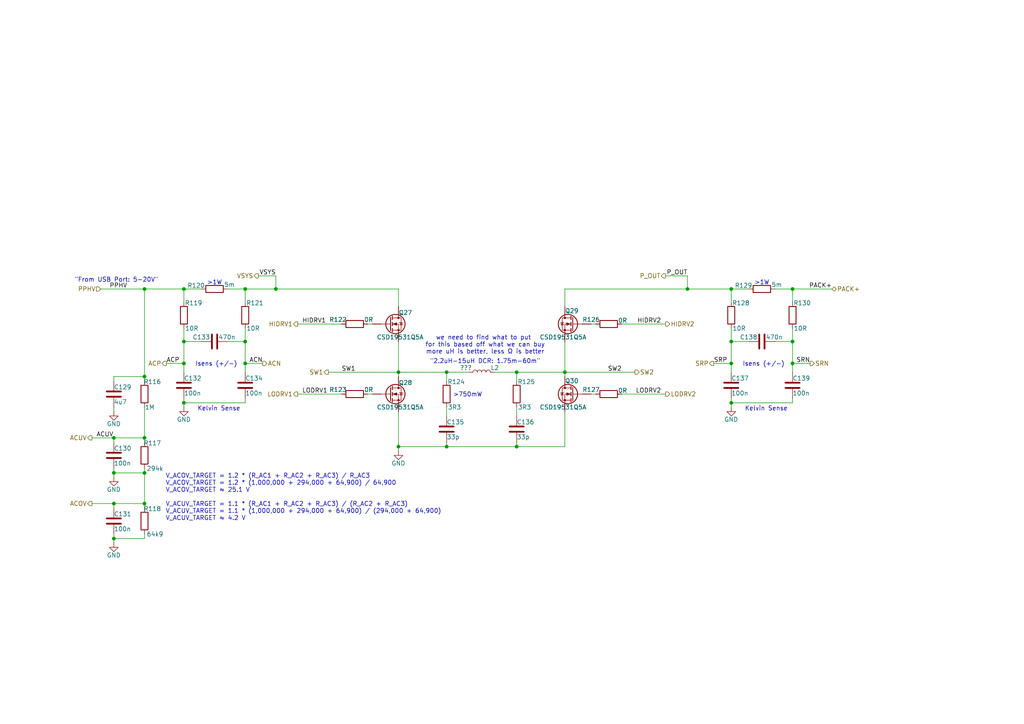
<source format=kicad_sch>
(kicad_sch (version 20250114) (generator "eeschema") (generator_version "9.0")
  (paper "A4")
  (lib_symbols
    (symbol "Device:C" (pin_numbers (hide yes)) (pin_names (offset 0.254))
      (property "Reference" "C" (at 0.635 2.54 0))
      (property "Value" "C" (at 0.635 -2.54 0))
      (symbol "C_0_1"
        (polyline (pts (xy -2.032 0.762) (xy 2.032 0.762)) (stroke (width 0.508)))
        (polyline (pts (xy -2.032 -0.762) (xy 2.032 -0.762)) (stroke (width 0.508)))
      )
      (symbol "C_1_1"
        (pin passive line (at 0 3.81 270) (length 2.794) (name "~") (number "1"))
        (pin passive line (at 0 -3.81 90) (length 2.794) (name "~") (number "2"))
      )
    )
    (symbol "Device:L" (pin_numbers (hide yes)) (pin_names (offset 1.016) (hide yes))
      (property "Reference" "L" (at -1.27 0 90))
      (property "Value" "L" (at 1.905 0 90))
      (symbol "L_0_1"
        (arc (start 0 2.54) (mid 0.6323 1.905) (end 0 1.27))
        (arc (start 0 1.27) (mid 0.6323 0.635) (end 0 0))
        (arc (start 0 0) (mid 0.6323 -0.635) (end 0 -1.27))
        (arc (start 0 -1.27) (mid 0.6323 -1.905) (end 0 -2.54))
      )
      (symbol "L_1_1"
        (pin passive line (at 0 3.81 270) (length 1.27) (name "1") (number "1"))
        (pin passive line (at 0 -3.81 90) (length 1.27) (name "2") (number "2"))
      )
    )
    (symbol "Device:R" (pin_numbers (hide yes)) (pin_names (offset 0))
      (property "Reference" "R" (at 2.032 0 90))
      (property "Value" "R" (at 0 0 90))
      (symbol "R_0_1"
        (rectangle (start -1.016 -2.54) (end 1.016 2.54) (stroke (width 0.254)))
      )
      (symbol "R_1_1"
        (pin passive line (at 0 3.81 270) (length 1.27) (name "~") (number "1"))
        (pin passive line (at 0 -3.81 90) (length 1.27) (name "~") (number "2"))
      )
    )
    (symbol "Transistor_FET:CSD19531Q5A" (pin_numbers (hide yes)) (pin_names (hide yes))
      (property "Reference" "Q" (at 5.08 1.905 0))
      (property "Value" "CSD19531Q5A" (at 5.08 0 0))
      (symbol "CSD19531Q5A_0_1"
        (polyline (pts (xy 0.254 1.905) (xy 0.254 -1.905)) (stroke (width 0.254)))
        (polyline (pts (xy 0.254 0) (xy -2.54 0)))
        (polyline (pts (xy 0.762 2.286) (xy 0.762 1.27)) (stroke (width 0.254)))
        (polyline (pts (xy 0.762 0.508) (xy 0.762 -0.508)) (stroke (width 0.254)))
        (polyline (pts (xy 0.762 -1.27) (xy 0.762 -2.286)) (stroke (width 0.254)))
        (polyline (pts (xy 0.762 -1.778) (xy 3.302 -1.778) (xy 3.302 1.778) (xy 0.762 1.778)))
        (polyline (pts (xy 1.016 0) (xy 2.032 0.381) (xy 2.032 -0.381) (xy 1.016 0)) (fill (type outline)))
        (circle (center 1.651 0) (radius 2.794) (stroke (width 0.254)))
        (polyline (pts (xy 2.54 2.54) (xy 2.54 1.778)))
        (circle (center 2.54 1.778) (radius 0.254) (fill (type outline)))
        (circle (center 2.54 -1.778) (radius 0.254) (fill (type outline)))
        (polyline (pts (xy 2.54 -2.54) (xy 2.54 0) (xy 0.762 0)))
        (polyline (pts (xy 2.794 0.508) (xy 2.921 0.381) (xy 3.683 0.381) (xy 3.81 0.254)))
        (polyline (pts (xy 3.302 0.381) (xy 2.921 -0.254) (xy 3.683 -0.254) (xy 3.302 0.381)))
      )
      (symbol "CSD19531Q5A_1_1"
        (pin passive line (at -5.08 0 0) (length 2.54) (name "G") (number "4"))
        (pin passive line (at 2.54 5.08 270) (length 2.54) (name "D") (number "5"))
        (pin passive line (at 2.54 -5.08 90) (length 2.54) (name "S") (number "1"))
        (pin passive line (at 2.54 -5.08 90) (length 2.54) (hide yes) (name "S") (number "2"))
        (pin passive line (at 2.54 -5.08 90) (length 2.54) (hide yes) (name "S") (number "3"))
      )
    )
    (symbol "power:GND" (power) (pin_numbers (hide yes)) (pin_names (offset 0) (hide yes))
      (property "Value" "GND" (at 0 -3.81 0))
      (symbol "GND_0_1"
        (polyline (pts (xy 0 0) (xy 0 -1.27) (xy 1.27 -1.27) (xy 0 -2.54) (xy -1.27 -1.27) (xy 0 -1.27)))
      )
      (symbol "GND_1_1"
        (pin power_in line (at 0 0 270) (length 0) (name "~") (number "1"))
      )
    )
  )
  (text ">1W" (at 220.98 82.042 0) (effects (font (size 1.27 1.27))))
  (text "Kelvin Sense" (at 222.25 118.618 0) (effects (font (size 1.27 1.27))))
  (text ">1W" (at 62.23 82.042 0) (effects (font (size 1.27 1.27))))
  (text "Isens (+/-)" (at 221.488 105.664 0) (effects (font (size 1.27 1.27))))
  (text "V_ACOV_TARGET = 1.2 * (R_AC1 + R_AC2 + R_AC3) / R_AC3\nV_ACOV_TARGET = 1.2 * (1,000,000 + 294,000 + 64,900) / 64,900\nV_ACOV_TARGET ≈ 25.1 V\n\nV_ACUV_TARGET = 1.1 * (R_AC1 + R_AC2 + R_AC3) / (R_AC2 + R_AC3)\nV_ACUV_TARGET = 1.1 * (1,000,000 + 294,000 + 64,900) / (294,000 + 64,900)\nV_ACUV_TARGET ≈ 4.2 V" (at 48.006 144.272 0) (effects (font (size 1.27 1.27)) (justify left)))
  (text "Isens (+/-)" (at 62.738 105.664 0) (effects (font (size 1.27 1.27))))
  (text "we need to find what to put \nfor this based off what we can buy\nmore uH is better, less Ω is better" (at 140.716 100.076 0) (effects (font (size 1.27 1.27))))
  (text "Kelvin Sense" (at 63.5 118.618 0) (effects (font (size 1.27 1.27))))
  (text ">750mW" (at 135.636 114.554 0) (effects (font (size 1.27 1.27))))
  (text "\"2.2uH-15uH DCR: 1.75m-60m\"" (at 140.716 104.902 0) (effects (font (size 1.27 1.27))))
  (text "\"From USB Port: 5-20V\"" (at 33.782 81.28 0) (effects (font (size 1.27 1.27))))
  (junction (at 163.83 107.95))
  (junction (at 41.91 137.16))
  (junction (at 71.12 105.41))
  (junction (at 115.57 107.95))
  (junction (at 129.54 129.54))
  (junction (at 53.34 105.41))
  (junction (at 33.02 137.16))
  (junction (at 229.87 105.41))
  (junction (at 212.09 105.41))
  (junction (at 129.54 107.95))
  (junction (at 115.57 129.54))
  (junction (at 71.12 83.82))
  (junction (at 33.02 127))
  (junction (at 41.91 146.05))
  (junction (at 41.91 109.22))
  (junction (at 33.02 156.21))
  (junction (at 53.34 99.06))
  (junction (at 71.12 99.06))
  (junction (at 199.39 83.82))
  (junction (at 229.87 83.82))
  (junction (at 41.91 127))
  (junction (at 41.91 83.82))
  (junction (at 80.01 83.82))
  (junction (at 149.86 107.95))
  (junction (at 212.09 116.84))
  (junction (at 53.34 116.84))
  (junction (at 229.87 99.06))
  (junction (at 33.02 146.05))
  (junction (at 53.34 83.82))
  (junction (at 212.09 83.82))
  (junction (at 149.86 129.54))
  (junction (at 212.09 99.06))
  (wire (pts (xy 53.34 115.57) (xy 53.34 116.84)))
  (wire (pts (xy 171.45 93.98) (xy 172.72 93.98)))
  (wire (pts (xy 217.17 99.06) (xy 212.09 99.06)))
  (wire (pts (xy 33.02 154.94) (xy 33.02 156.21)))
  (wire (pts (xy 48.26 105.41) (xy 53.34 105.41)))
  (wire (pts (xy 229.87 99.06) (xy 229.87 95.25)))
  (wire (pts (xy 95.25 107.95) (xy 115.57 107.95)))
  (wire (pts (xy 115.57 129.54) (xy 115.57 130.81)))
  (wire (pts (xy 71.12 83.82) (xy 80.01 83.82)))
  (wire (pts (xy 184.15 107.95) (xy 163.83 107.95)))
  (wire (pts (xy 212.09 83.82) (xy 212.09 87.63)))
  (wire (pts (xy 229.87 107.95) (xy 229.87 105.41)))
  (wire (pts (xy 33.02 157.48) (xy 33.02 156.21)))
  (wire (pts (xy 71.12 105.41) (xy 71.12 99.06)))
  (wire (pts (xy 29.21 83.82) (xy 41.91 83.82)))
  (wire (pts (xy 33.02 127) (xy 41.91 127)))
  (wire (pts (xy 115.57 107.95) (xy 115.57 99.06)))
  (wire (pts (xy 149.86 129.54) (xy 129.54 129.54)))
  (wire (pts (xy 71.12 107.95) (xy 71.12 105.41)))
  (wire (pts (xy 163.83 119.38) (xy 163.83 129.54)))
  (wire (pts (xy 41.91 109.22) (xy 41.91 110.49)))
  (wire (pts (xy 41.91 135.89) (xy 41.91 137.16)))
  (wire (pts (xy 106.68 114.3) (xy 107.95 114.3)))
  (wire (pts (xy 33.02 146.05) (xy 41.91 146.05)))
  (wire (pts (xy 41.91 156.21) (xy 33.02 156.21)))
  (wire (pts (xy 41.91 137.16) (xy 41.91 146.05)))
  (wire (pts (xy 171.45 114.3) (xy 172.72 114.3)))
  (wire (pts (xy 41.91 147.32) (xy 41.91 146.05)))
  (wire (pts (xy 193.04 114.3) (xy 180.34 114.3)))
  (wire (pts (xy 53.34 105.41) (xy 53.34 107.95)))
  (wire (pts (xy 149.86 118.11) (xy 149.86 120.65)))
  (wire (pts (xy 41.91 83.82) (xy 41.91 109.22)))
  (wire (pts (xy 53.34 99.06) (xy 53.34 105.41)))
  (wire (pts (xy 129.54 107.95) (xy 129.54 110.49)))
  (wire (pts (xy 115.57 129.54) (xy 129.54 129.54)))
  (wire (pts (xy 129.54 128.27) (xy 129.54 129.54)))
  (wire (pts (xy 33.02 109.22) (xy 41.91 109.22)))
  (wire (pts (xy 115.57 107.95) (xy 129.54 107.95)))
  (wire (pts (xy 212.09 99.06) (xy 212.09 95.25)))
  (wire (pts (xy 33.02 118.11) (xy 33.02 119.38)))
  (wire (pts (xy 41.91 83.82) (xy 53.34 83.82)))
  (wire (pts (xy 193.04 80.01) (xy 199.39 80.01)))
  (wire (pts (xy 149.86 107.95) (xy 163.83 107.95)))
  (wire (pts (xy 86.36 114.3) (xy 99.06 114.3)))
  (wire (pts (xy 229.87 87.63) (xy 229.87 83.82)))
  (wire (pts (xy 212.09 116.84) (xy 212.09 118.11)))
  (wire (pts (xy 115.57 119.38) (xy 115.57 129.54)))
  (wire (pts (xy 66.04 99.06) (xy 71.12 99.06)))
  (wire (pts (xy 71.12 105.41) (xy 76.2 105.41)))
  (wire (pts (xy 26.67 146.05) (xy 33.02 146.05)))
  (wire (pts (xy 149.86 107.95) (xy 149.86 110.49)))
  (wire (pts (xy 80.01 83.82) (xy 115.57 83.82)))
  (wire (pts (xy 199.39 83.82) (xy 212.09 83.82)))
  (wire (pts (xy 71.12 115.57) (xy 71.12 116.84)))
  (wire (pts (xy 163.83 107.95) (xy 163.83 109.22)))
  (wire (pts (xy 71.12 87.63) (xy 71.12 83.82)))
  (wire (pts (xy 229.87 105.41) (xy 229.87 99.06)))
  (wire (pts (xy 163.83 83.82) (xy 199.39 83.82)))
  (wire (pts (xy 41.91 118.11) (xy 41.91 127)))
  (wire (pts (xy 229.87 83.82) (xy 241.3 83.82)))
  (wire (pts (xy 41.91 128.27) (xy 41.91 127)))
  (wire (pts (xy 106.68 93.98) (xy 107.95 93.98)))
  (wire (pts (xy 71.12 99.06) (xy 71.12 95.25)))
  (wire (pts (xy 212.09 83.82) (xy 217.17 83.82)))
  (wire (pts (xy 143.51 107.95) (xy 149.86 107.95)))
  (wire (pts (xy 33.02 146.05) (xy 33.02 147.32)))
  (wire (pts (xy 74.93 80.01) (xy 80.01 80.01)))
  (wire (pts (xy 53.34 116.84) (xy 53.34 118.11)))
  (wire (pts (xy 212.09 99.06) (xy 212.09 105.41)))
  (wire (pts (xy 163.83 88.9) (xy 163.83 83.82)))
  (wire (pts (xy 212.09 105.41) (xy 212.09 107.95)))
  (wire (pts (xy 41.91 154.94) (xy 41.91 156.21)))
  (wire (pts (xy 86.36 93.98) (xy 99.06 93.98)))
  (wire (pts (xy 193.04 93.98) (xy 180.34 93.98)))
  (wire (pts (xy 163.83 107.95) (xy 163.83 99.06)))
  (wire (pts (xy 149.86 128.27) (xy 149.86 129.54)))
  (wire (pts (xy 229.87 115.57) (xy 229.87 116.84)))
  (wire (pts (xy 33.02 110.49) (xy 33.02 109.22)))
  (wire (pts (xy 33.02 137.16) (xy 33.02 138.43)))
  (wire (pts (xy 33.02 127) (xy 33.02 128.27)))
  (wire (pts (xy 199.39 80.01) (xy 199.39 83.82)))
  (wire (pts (xy 33.02 135.89) (xy 33.02 137.16)))
  (wire (pts (xy 149.86 129.54) (xy 163.83 129.54)))
  (wire (pts (xy 229.87 105.41) (xy 234.95 105.41)))
  (wire (pts (xy 115.57 109.22) (xy 115.57 107.95)))
  (wire (pts (xy 207.01 105.41) (xy 212.09 105.41)))
  (wire (pts (xy 66.04 83.82) (xy 71.12 83.82)))
  (wire (pts (xy 224.79 99.06) (xy 229.87 99.06)))
  (wire (pts (xy 212.09 116.84) (xy 229.87 116.84)))
  (wire (pts (xy 53.34 83.82) (xy 53.34 87.63)))
  (wire (pts (xy 129.54 118.11) (xy 129.54 120.65)))
  (wire (pts (xy 224.79 83.82) (xy 229.87 83.82)))
  (wire (pts (xy 53.34 116.84) (xy 71.12 116.84)))
  (wire (pts (xy 212.09 115.57) (xy 212.09 116.84)))
  (wire (pts (xy 53.34 99.06) (xy 53.34 95.25)))
  (wire (pts (xy 80.01 80.01) (xy 80.01 83.82)))
  (wire (pts (xy 58.42 99.06) (xy 53.34 99.06)))
  (wire (pts (xy 53.34 83.82) (xy 58.42 83.82)))
  (wire (pts (xy 115.57 88.9) (xy 115.57 83.82)))
  (wire (pts (xy 129.54 107.95) (xy 135.89 107.95)))
  (wire (pts (xy 26.67 127) (xy 33.02 127)))
  (wire (pts (xy 33.02 137.16) (xy 41.91 137.16)))
  (label "ACN" (at 76.2 105.41 180))
  (label "SW2" (at 180.34 107.95 180))
  (label "SW1" (at 99.06 107.95 0))
  (label "LODRV2" (at 191.77 114.3 180))
  (label "PACK+" (at 241.3 83.82 180))
  (label "SRN" (at 234.95 105.41 180))
  (label "LODRV1" (at 87.63 114.3 0))
  (label "HIDRV1" (at 87.63 93.98 0))
  (label "PPHV" (at 31.75 83.82 0))
  (label "P_OUT" (at 199.39 80.01 180))
  (label "ACUV" (at 27.94 127 0))
  (label "SRP" (at 207.01 105.41 0))
  (label "ACP" (at 48.26 105.41 0))
  (label "VSYS" (at 80.01 80.01 180))
  (label "HIDRV2" (at 191.77 93.98 180))
  (hierarchical_label "VSYS" (shape output) (at 74.93 80.01 180))
  (hierarchical_label "HIDRV2" (shape output) (at 193.04 93.98 0))
  (hierarchical_label "LODRV2" (shape output) (at 193.04 114.3 0))
  (hierarchical_label "ACOV" (shape output) (at 26.67 146.05 180))
  (hierarchical_label "ACP" (shape output) (at 48.26 105.41 180))
  (hierarchical_label "P_OUT" (shape output) (at 193.04 80.01 180))
  (hierarchical_label "ACUV" (shape output) (at 26.67 127 180))
  (hierarchical_label "SW1" (shape output) (at 95.25 107.95 180))
  (hierarchical_label "LODRV1" (shape output) (at 86.36 114.3 180))
  (hierarchical_label "HIDRV1" (shape output) (at 86.36 93.98 180))
  (hierarchical_label "PPHV" (shape input) (at 29.21 83.82 180))
  (hierarchical_label "SW2" (shape output) (at 184.15 107.95 0))
  (hierarchical_label "SRN" (shape output) (at 234.95 105.41 0))
  (hierarchical_label "SRP" (shape output) (at 207.01 105.41 180))
  (hierarchical_label "PACK+" (shape bidirectional) (at 241.3 83.82 0))
  (hierarchical_label "ACN" (shape output) (at 76.2 105.41 0))
  (symbol (lib_id "Device:C") (at 149.86 124.46 0) (unit 1)
    (property "Reference" "C136" (at 149.86 122.428 0) (effects (justify left)))
    (property "Value" "33p" (at 149.86 126.746 0) (effects (justify left)))
    (property "Description" "Unpolarized capacitor" (effects (hide yes)))
  )
  (symbol (lib_id "Device:C") (at 33.02 151.13 0) (unit 1)
    (property "Reference" "C131" (at 33.02 149.098 0) (effects (justify left)))
    (property "Value" "100n" (at 33.02 153.416 0) (effects (justify left)))
    (property "Description" "Unpolarized capacitor" (effects (hide yes)))
  )
  (symbol (lib_id "Device:R") (at 212.09 91.44 180) (unit 1)
    (property "Reference" "R128" (at 214.884 87.884 0))
    (property "Value" "10R" (at 214.376 95.25 0))
    (property "Description" "Resistor" (effects (hide yes)))
  )
  (symbol (lib_id "power:GND") (at 53.34 118.11 0) (unit 1)
    (property "Reference" "#PWR071" (effects (hide yes)))
    (property "Value" "GND" (at 55.372 121.666 0) (effects (justify right)))
    (property "Description" "Power symbol creates a global label with name \"GND\" , ground" (effects (hide yes)))
  )
  (symbol (lib_id "Device:R") (at 102.87 93.98 90) (unit 1)
    (property "Reference" "R122" (at 98.044 92.71 90))
    (property "Value" "0R" (at 106.934 92.71 90))
    (property "Description" "Resistor" (effects (hide yes)))
  )
  (symbol (lib_id "Device:L") (at 139.7 107.95 90) (unit 1)
    (property "Reference" "L2" (at 143.51 106.68 90))
    (property "Value" "???" (at 135.128 106.68 90))
    (property "Description" "Inductor" (effects (hide yes)))
  )
  (symbol (lib_id "Device:R") (at 41.91 132.08 180) (unit 1)
    (property "Reference" "R117" (at 44.196 128.524 0))
    (property "Value" "294k" (at 44.958 135.89 0))
    (property "Description" "Resistor" (effects (hide yes)))
  )
  (symbol (lib_id "Device:R") (at 53.34 91.44 180) (unit 1)
    (property "Reference" "R119" (at 56.134 87.884 0))
    (property "Value" "10R" (at 55.626 95.25 0))
    (property "Description" "Resistor" (effects (hide yes)))
  )
  (symbol (lib_id "Device:C") (at 129.54 124.46 0) (unit 1)
    (property "Reference" "C135" (at 129.54 122.428 0) (effects (justify left)))
    (property "Value" "33p" (at 129.54 126.746 0) (effects (justify left)))
    (property "Description" "Unpolarized capacitor" (effects (hide yes)))
  )
  (symbol (lib_id "Device:C") (at 62.23 99.06 90) (unit 1)
    (property "Reference" "C133" (at 60.96 97.79 90) (effects (justify left)))
    (property "Value" "470n" (at 68.326 97.79 90) (effects (justify left)))
    (property "Description" "Unpolarized capacitor" (effects (hide yes)))
  )
  (symbol (lib_id "power:GND") (at 115.57 130.81 0) (unit 1)
    (property "Reference" "#PWR072" (effects (hide yes)))
    (property "Value" "GND" (at 117.602 134.366 0) (effects (justify right)))
    (property "Description" "Power symbol creates a global label with name \"GND\" , ground" (effects (hide yes)))
  )
  (symbol (lib_id "Device:R") (at 41.91 151.13 180) (unit 1)
    (property "Reference" "R118" (at 44.196 147.574 0))
    (property "Value" "64k9" (at 44.958 154.94 0))
    (property "Description" "Resistor" (effects (hide yes)))
  )
  (symbol (lib_id "Device:R") (at 229.87 91.44 180) (unit 1)
    (property "Reference" "R130" (at 232.664 87.884 0))
    (property "Value" "10R" (at 232.156 95.25 0))
    (property "Description" "Resistor" (effects (hide yes)))
  )
  (symbol (lib_id "Transistor_FET:CSD19531Q5A") (at 113.03 114.3 0) (unit 1)
    (property "Reference" "Q28" (at 117.602 110.998 0))
    (property "Value" "CSD19531Q5A" (at 116.078 118.11 0))
    (property "Footprint" "Package_TO_SOT_SMD:TDSON-8-1" (effects (hide yes)))
    (property "Datasheet" "http://www.ti.com/lit/gpn/csd19531q5a" (effects (hide yes)))
    (property "Description" "100A Id, 100V Vds, NexFET N-Channel Power MOSFET, 6.4mOhm Ron, 37nC Qg(typ), SON8 5x6mm" (effects (hide yes)))
  )
  (symbol (lib_id "Device:R") (at 71.12 91.44 180) (unit 1)
    (property "Reference" "R121" (at 73.914 87.884 0))
    (property "Value" "10R" (at 73.406 95.25 0))
    (property "Description" "Resistor" (effects (hide yes)))
  )
  (symbol (lib_id "Device:R") (at 176.53 93.98 270) (mirror x) (unit 1)
    (property "Reference" "R126" (at 171.45 92.71 90))
    (property "Value" "0R" (at 180.594 92.964 90))
    (property "Description" "Resistor" (effects (hide yes)))
  )
  (symbol (lib_id "Device:C") (at 71.12 111.76 0) (unit 1)
    (property "Reference" "C134" (at 71.12 109.728 0) (effects (justify left)))
    (property "Value" "100n" (at 71.12 114.046 0) (effects (justify left)))
    (property "Description" "Unpolarized capacitor" (effects (hide yes)))
  )
  (symbol (lib_id "Transistor_FET:CSD19531Q5A") (at 166.37 93.98 0) (mirror y) (unit 1)
    (property "Reference" "Q29" (at 165.862 90.17 0))
    (property "Value" "CSD19531Q5A" (at 163.322 97.79 0))
    (property "Footprint" "Package_TO_SOT_SMD:TDSON-8-1" (effects (hide yes)))
    (property "Datasheet" "http://www.ti.com/lit/gpn/csd19531q5a" (effects (hide yes)))
    (property "Description" "100A Id, 100V Vds, NexFET N-Channel Power MOSFET, 6.4mOhm Ron, 37nC Qg(typ), SON8 5x6mm" (effects (hide yes)))
  )
  (symbol (lib_id "Device:R") (at 220.98 83.82 90) (unit 1)
    (property "Reference" "R129" (at 215.646 82.804 90))
    (property "Value" "5m" (at 225.298 82.55 90))
    (property "Description" "Resistor" (effects (hide yes)))
  )
  (symbol (lib_id "Device:C") (at 229.87 111.76 0) (unit 1)
    (property "Reference" "C139" (at 229.87 109.728 0) (effects (justify left)))
    (property "Value" "100n" (at 229.87 114.046 0) (effects (justify left)))
    (property "Description" "Unpolarized capacitor" (effects (hide yes)))
  )
  (symbol (lib_id "Device:R") (at 62.23 83.82 90) (unit 1)
    (property "Reference" "R120" (at 56.896 82.804 90))
    (property "Value" "5m" (at 66.548 82.55 90))
    (property "Description" "Resistor" (effects (hide yes)))
  )
  (symbol (lib_id "Transistor_FET:CSD19531Q5A") (at 113.03 93.98 0) (unit 1)
    (property "Reference" "Q27" (at 117.602 90.678 0))
    (property "Value" "CSD19531Q5A" (at 116.078 97.79 0))
    (property "Footprint" "Package_TO_SOT_SMD:TDSON-8-1" (effects (hide yes)))
    (property "Datasheet" "http://www.ti.com/lit/gpn/csd19531q5a" (effects (hide yes)))
    (property "Description" "100A Id, 100V Vds, NexFET N-Channel Power MOSFET, 6.4mOhm Ron, 37nC Qg(typ), SON8 5x6mm" (effects (hide yes)))
  )
  (symbol (lib_id "Transistor_FET:CSD19531Q5A") (at 166.37 114.3 0) (mirror y) (unit 1)
    (property "Reference" "Q30" (at 165.862 110.49 0))
    (property "Value" "CSD19531Q5A" (at 163.322 118.11 0))
    (property "Footprint" "Package_TO_SOT_SMD:TDSON-8-1" (effects (hide yes)))
    (property "Datasheet" "http://www.ti.com/lit/gpn/csd19531q5a" (effects (hide yes)))
    (property "Description" "100A Id, 100V Vds, NexFET N-Channel Power MOSFET, 6.4mOhm Ron, 37nC Qg(typ), SON8 5x6mm" (effects (hide yes)))
  )
  (symbol (lib_id "Device:R") (at 129.54 114.3 180) (unit 1)
    (property "Reference" "R124" (at 132.334 110.744 0))
    (property "Value" "3R3" (at 131.826 118.11 0))
    (property "Description" "Resistor" (effects (hide yes)))
  )
  (symbol (lib_id "power:GND") (at 33.02 138.43 0) (unit 1)
    (property "Reference" "#PWR069" (effects (hide yes)))
    (property "Value" "GND" (at 35.052 141.986 0) (effects (justify right)))
    (property "Description" "Power symbol creates a global label with name \"GND\" , ground" (effects (hide yes)))
  )
  (symbol (lib_id "Device:R") (at 41.91 114.3 180) (unit 1)
    (property "Reference" "R116" (at 44.196 110.744 0))
    (property "Value" "1M" (at 43.434 118.11 0))
    (property "Description" "Resistor" (effects (hide yes)))
  )
  (symbol (lib_id "power:GND") (at 212.09 118.11 0) (unit 1)
    (property "Reference" "#PWR073" (effects (hide yes)))
    (property "Value" "GND" (at 214.122 121.666 0) (effects (justify right)))
    (property "Description" "Power symbol creates a global label with name \"GND\" , ground" (effects (hide yes)))
  )
  (symbol (lib_id "power:GND") (at 33.02 157.48 0) (unit 1)
    (property "Reference" "#PWR070" (effects (hide yes)))
    (property "Value" "GND" (at 35.052 161.036 0) (effects (justify right)))
    (property "Description" "Power symbol creates a global label with name \"GND\" , ground" (effects (hide yes)))
  )
  (symbol (lib_id "Device:C") (at 53.34 111.76 0) (unit 1)
    (property "Reference" "C132" (at 53.34 109.728 0) (effects (justify left)))
    (property "Value" "100n" (at 53.34 114.046 0) (effects (justify left)))
    (property "Description" "Unpolarized capacitor" (effects (hide yes)))
  )
  (symbol (lib_id "Device:C") (at 33.02 132.08 0) (unit 1)
    (property "Reference" "C130" (at 33.02 130.048 0) (effects (justify left)))
    (property "Value" "100n" (at 33.02 134.366 0) (effects (justify left)))
    (property "Description" "Unpolarized capacitor" (effects (hide yes)))
  )
  (symbol (lib_id "Device:C") (at 33.02 114.3 0) (unit 1)
    (property "Reference" "C129" (at 33.02 112.268 0) (effects (justify left)))
    (property "Value" "4u7" (at 33.02 116.586 0) (effects (justify left)))
    (property "Description" "Unpolarized capacitor" (effects (hide yes)))
  )
  (symbol (lib_id "Device:R") (at 149.86 114.3 180) (unit 1)
    (property "Reference" "R125" (at 152.654 110.744 0))
    (property "Value" "3R3" (at 152.146 118.11 0))
    (property "Description" "Resistor" (effects (hide yes)))
  )
  (symbol (lib_id "Device:R") (at 102.87 114.3 90) (unit 1)
    (property "Reference" "R123" (at 98.044 113.03 90))
    (property "Value" "0R" (at 106.934 113.03 90))
    (property "Description" "Resistor" (effects (hide yes)))
  )
  (symbol (lib_id "Device:C") (at 212.09 111.76 0) (unit 1)
    (property "Reference" "C137" (at 212.09 109.728 0) (effects (justify left)))
    (property "Value" "100n" (at 212.09 114.046 0) (effects (justify left)))
    (property "Description" "Unpolarized capacitor" (effects (hide yes)))
  )
  (symbol (lib_id "power:GND") (at 33.02 119.38 0) (unit 1)
    (property "Reference" "#PWR068" (effects (hide yes)))
    (property "Value" "GND" (at 35.052 122.936 0) (effects (justify right)))
    (property "Description" "Power symbol creates a global label with name \"GND\" , ground" (effects (hide yes)))
  )
  (symbol (lib_id "Device:C") (at 220.98 99.06 90) (unit 1)
    (property "Reference" "C138" (at 219.71 97.79 90) (effects (justify left)))
    (property "Value" "470n" (at 227.076 97.79 90) (effects (justify left)))
    (property "Description" "Unpolarized capacitor" (effects (hide yes)))
  )
  (symbol (lib_id "Device:R") (at 176.53 114.3 270) (mirror x) (unit 1)
    (property "Reference" "R127" (at 171.45 113.03 90))
    (property "Value" "0R" (at 180.594 113.284 90))
    (property "Description" "Resistor" (effects (hide yes)))
  )
)
</source>
